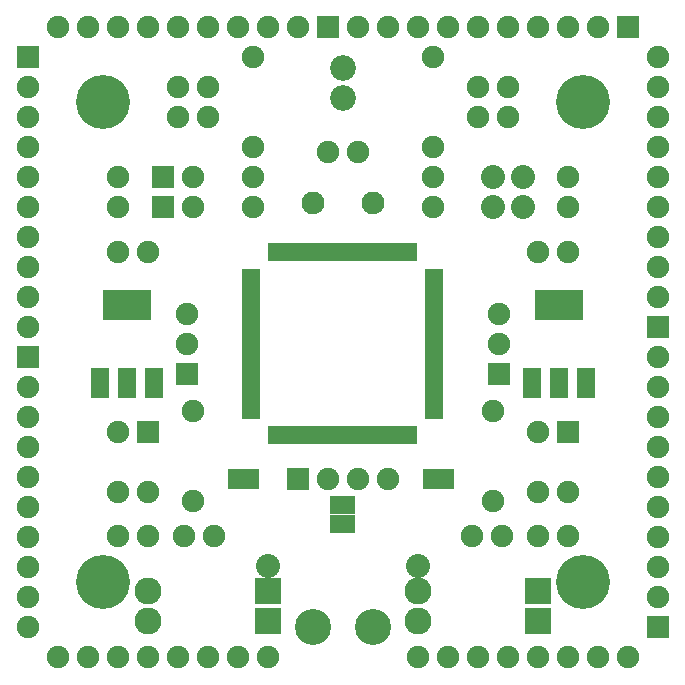
<source format=gts>
G04 (created by PCBNEW-RS274X (2012-apr-16-27)-stable) date dim. 02 juin 2013 12:50:08 CST*
G01*
G70*
G90*
%MOIN*%
G04 Gerber Fmt 3.4, Leading zero omitted, Abs format*
%FSLAX34Y34*%
G04 APERTURE LIST*
%ADD10C,0.006000*%
%ADD11C,0.120000*%
%ADD12C,0.075000*%
%ADD13C,0.080000*%
%ADD14R,0.075000X0.075000*%
%ADD15C,0.086000*%
%ADD16R,0.060000X0.030000*%
%ADD17R,0.030000X0.060000*%
%ADD18R,0.035700X0.061300*%
%ADD19R,0.164000X0.100000*%
%ADD20R,0.060000X0.100000*%
%ADD21C,0.076000*%
%ADD22C,0.180000*%
%ADD23R,0.058000X0.070000*%
%ADD24C,0.090000*%
%ADD25R,0.090000X0.090000*%
G04 APERTURE END LIST*
G54D10*
G54D11*
X17000Y-25750D03*
X15000Y-25750D03*
G54D12*
X06500Y-26750D03*
X07500Y-26750D03*
X08500Y-26750D03*
X09500Y-26750D03*
X10500Y-26750D03*
X11500Y-26750D03*
X12500Y-26750D03*
X13500Y-26750D03*
X18500Y-26750D03*
X19500Y-26750D03*
X20500Y-26750D03*
X21500Y-26750D03*
X22500Y-26750D03*
X23500Y-26750D03*
X24500Y-26750D03*
X25500Y-26750D03*
G54D13*
X22000Y-10750D03*
X22000Y-11750D03*
X21000Y-10750D03*
X21000Y-11750D03*
G54D14*
X10000Y-11750D03*
G54D12*
X11000Y-11750D03*
G54D14*
X10000Y-10750D03*
G54D12*
X11000Y-10750D03*
G54D14*
X21200Y-17300D03*
G54D12*
X21200Y-16300D03*
X21200Y-15300D03*
G54D14*
X10800Y-17300D03*
G54D12*
X10800Y-16300D03*
X10800Y-15300D03*
G54D14*
X05500Y-16750D03*
G54D12*
X05500Y-17750D03*
X05500Y-18750D03*
X05500Y-19750D03*
X05500Y-20750D03*
X05500Y-21750D03*
X05500Y-22750D03*
X05500Y-23750D03*
X05500Y-24750D03*
X05500Y-25750D03*
G54D14*
X26500Y-25750D03*
G54D12*
X26500Y-24750D03*
X26500Y-23750D03*
X26500Y-22750D03*
X26500Y-21750D03*
X26500Y-20750D03*
X26500Y-19750D03*
X26500Y-18750D03*
X26500Y-17750D03*
X26500Y-16750D03*
G54D14*
X26500Y-15750D03*
G54D12*
X26500Y-14750D03*
X26500Y-13750D03*
X26500Y-12750D03*
X26500Y-11750D03*
X26500Y-10750D03*
X26500Y-09750D03*
X26500Y-08750D03*
X26500Y-07750D03*
X26500Y-06750D03*
G54D14*
X25500Y-05750D03*
G54D12*
X24500Y-05750D03*
X23500Y-05750D03*
X22500Y-05750D03*
X21500Y-05750D03*
X20500Y-05750D03*
X19500Y-05750D03*
X18500Y-05750D03*
X17500Y-05750D03*
X16500Y-05750D03*
G54D14*
X15500Y-05750D03*
G54D12*
X14500Y-05750D03*
X13500Y-05750D03*
X12500Y-05750D03*
X11500Y-05750D03*
X10500Y-05750D03*
X09500Y-05750D03*
X08500Y-05750D03*
X07500Y-05750D03*
X06500Y-05750D03*
G54D14*
X05500Y-06750D03*
G54D12*
X05500Y-07750D03*
X05500Y-08750D03*
X05500Y-09750D03*
X05500Y-10750D03*
X05500Y-11750D03*
X05500Y-12750D03*
X05500Y-13750D03*
X05500Y-14750D03*
X05500Y-15750D03*
G54D15*
X16000Y-07100D03*
X16000Y-08100D03*
G54D16*
X12950Y-18660D03*
X12950Y-13940D03*
X12950Y-14140D03*
X12950Y-14330D03*
X12950Y-14530D03*
X12950Y-14730D03*
X12950Y-14920D03*
X12950Y-15120D03*
X12950Y-15320D03*
X12950Y-15510D03*
X12950Y-15710D03*
X12950Y-15910D03*
X12950Y-16110D03*
X12950Y-16300D03*
X12950Y-16500D03*
X12950Y-16700D03*
X12950Y-16890D03*
X12950Y-17090D03*
X12950Y-17290D03*
X12950Y-17480D03*
X12950Y-17680D03*
X12950Y-17880D03*
X12950Y-18070D03*
X12950Y-18270D03*
X12950Y-18470D03*
G54D17*
X13640Y-13250D03*
X18360Y-13250D03*
X18160Y-13250D03*
X17970Y-13250D03*
X17770Y-13250D03*
X17570Y-13250D03*
X17380Y-13250D03*
X17180Y-13250D03*
X16980Y-13250D03*
X16790Y-13250D03*
X16590Y-13250D03*
X16390Y-13250D03*
X16190Y-13250D03*
X16000Y-13250D03*
X15800Y-13250D03*
X15600Y-13250D03*
X15410Y-13250D03*
X15210Y-13250D03*
X15010Y-13250D03*
X14820Y-13250D03*
X14620Y-13250D03*
X14420Y-13250D03*
X14230Y-13250D03*
X14030Y-13250D03*
X13830Y-13250D03*
X13640Y-19350D03*
X13840Y-19350D03*
X14030Y-19350D03*
X14230Y-19350D03*
X14430Y-19350D03*
X14620Y-19350D03*
X14820Y-19350D03*
X15020Y-19350D03*
X15210Y-19350D03*
X15410Y-19350D03*
X15610Y-19350D03*
X15810Y-19350D03*
X16000Y-19350D03*
X16200Y-19350D03*
X16400Y-19350D03*
X16590Y-19350D03*
X16790Y-19350D03*
X16990Y-19350D03*
X17180Y-19350D03*
X17380Y-19350D03*
X17580Y-19350D03*
X17770Y-19350D03*
X17970Y-19350D03*
X18170Y-19350D03*
X18360Y-19350D03*
G54D16*
X19050Y-18660D03*
X19050Y-18460D03*
X19050Y-18270D03*
X19050Y-18070D03*
X19050Y-17870D03*
X19050Y-17680D03*
X19050Y-17480D03*
X19050Y-17280D03*
X19050Y-17090D03*
X19050Y-16890D03*
X19050Y-16690D03*
X19050Y-16490D03*
X19050Y-16300D03*
X19050Y-16100D03*
X19050Y-15900D03*
X19050Y-15710D03*
X19050Y-15510D03*
X19050Y-15310D03*
X19050Y-15120D03*
X19050Y-14920D03*
X19050Y-14720D03*
X19050Y-14530D03*
X19050Y-14330D03*
X19050Y-14130D03*
X19050Y-13940D03*
G54D18*
X15744Y-21685D03*
X16000Y-21685D03*
X16256Y-21685D03*
X16256Y-22315D03*
X16000Y-22315D03*
X15744Y-22315D03*
G54D19*
X23200Y-15000D03*
G54D20*
X23200Y-17600D03*
X24100Y-17600D03*
X22300Y-17600D03*
G54D19*
X08800Y-15000D03*
G54D20*
X08800Y-17600D03*
X09700Y-17600D03*
X07900Y-17600D03*
G54D14*
X14500Y-20800D03*
G54D12*
X15500Y-20800D03*
X16500Y-20800D03*
X17500Y-20800D03*
X19000Y-09750D03*
X19000Y-06750D03*
X11000Y-18550D03*
X11000Y-21550D03*
X21000Y-18550D03*
X21000Y-21550D03*
G54D21*
X17000Y-11600D03*
X15000Y-11600D03*
G54D14*
X09500Y-19250D03*
G54D12*
X08500Y-19250D03*
G54D14*
X23500Y-19250D03*
G54D12*
X22500Y-19250D03*
X23500Y-11750D03*
X23500Y-10750D03*
X08500Y-21250D03*
X09500Y-21250D03*
X09500Y-22700D03*
X08500Y-22700D03*
X20300Y-22700D03*
X21300Y-22700D03*
X21500Y-08750D03*
X20500Y-08750D03*
X10500Y-08750D03*
X11500Y-08750D03*
X15500Y-09900D03*
X16500Y-09900D03*
X08500Y-11750D03*
X08500Y-10750D03*
X19000Y-11750D03*
X19000Y-10750D03*
X13000Y-10750D03*
X13000Y-11750D03*
X23500Y-13250D03*
X22500Y-13250D03*
X22500Y-21250D03*
X23500Y-21250D03*
X09500Y-13250D03*
X08500Y-13250D03*
X10700Y-22700D03*
X11700Y-22700D03*
X23500Y-22700D03*
X22500Y-22700D03*
X20500Y-07750D03*
X21500Y-07750D03*
X10500Y-07750D03*
X11500Y-07750D03*
G54D22*
X08000Y-24250D03*
X24000Y-24250D03*
X08000Y-08250D03*
X24000Y-08250D03*
G54D12*
X13000Y-09750D03*
X13000Y-06750D03*
G54D23*
X12450Y-20800D03*
X12950Y-20800D03*
X19450Y-20800D03*
X18950Y-20800D03*
G54D13*
X18500Y-23700D03*
X13500Y-23700D03*
G54D24*
X09500Y-24550D03*
G54D25*
X13500Y-24550D03*
G54D24*
X09500Y-25550D03*
G54D25*
X13500Y-25550D03*
G54D24*
X18500Y-24550D03*
G54D25*
X22500Y-24550D03*
G54D24*
X18500Y-25550D03*
G54D25*
X22500Y-25550D03*
M02*

</source>
